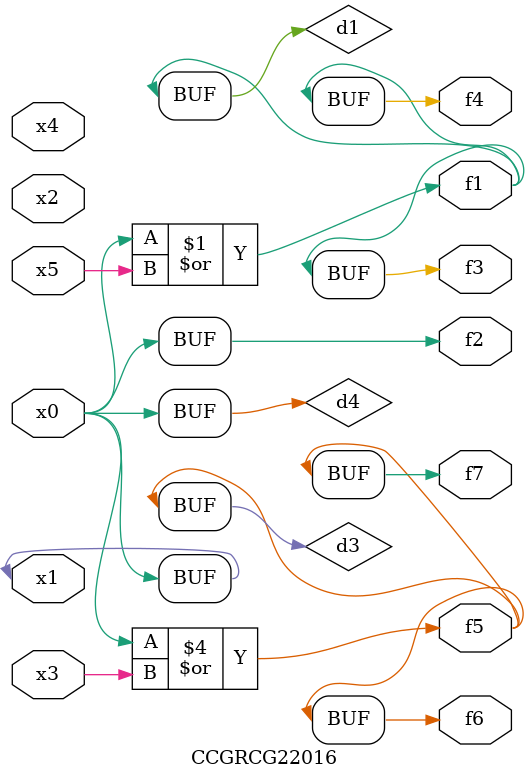
<source format=v>
module CCGRCG22016(
	input x0, x1, x2, x3, x4, x5,
	output f1, f2, f3, f4, f5, f6, f7
);

	wire d1, d2, d3, d4;

	or (d1, x0, x5);
	xnor (d2, x1, x4);
	or (d3, x0, x3);
	buf (d4, x0, x1);
	assign f1 = d1;
	assign f2 = d4;
	assign f3 = d1;
	assign f4 = d1;
	assign f5 = d3;
	assign f6 = d3;
	assign f7 = d3;
endmodule

</source>
